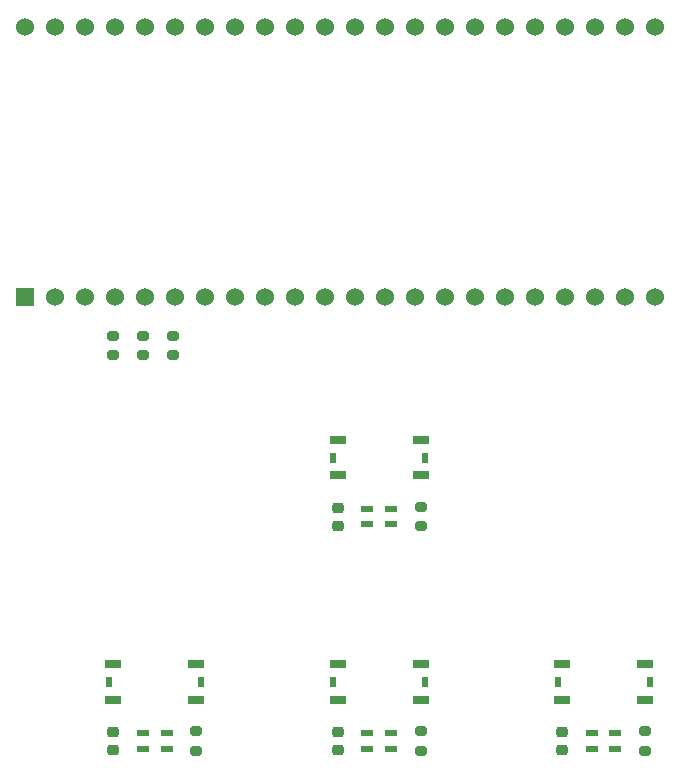
<source format=gts>
%TF.GenerationSoftware,KiCad,Pcbnew,(6.0.7)*%
%TF.CreationDate,2022-08-25T16:09:55+02:00*%
%TF.ProjectId,esp32-minikeyboard-pcb,65737033-322d-46d6-996e-696b6579626f,rev?*%
%TF.SameCoordinates,Original*%
%TF.FileFunction,Soldermask,Top*%
%TF.FilePolarity,Negative*%
%FSLAX46Y46*%
G04 Gerber Fmt 4.6, Leading zero omitted, Abs format (unit mm)*
G04 Created by KiCad (PCBNEW (6.0.7)) date 2022-08-25 16:09:55*
%MOMM*%
%LPD*%
G01*
G04 APERTURE LIST*
G04 Aperture macros list*
%AMRoundRect*
0 Rectangle with rounded corners*
0 $1 Rounding radius*
0 $2 $3 $4 $5 $6 $7 $8 $9 X,Y pos of 4 corners*
0 Add a 4 corners polygon primitive as box body*
4,1,4,$2,$3,$4,$5,$6,$7,$8,$9,$2,$3,0*
0 Add four circle primitives for the rounded corners*
1,1,$1+$1,$2,$3*
1,1,$1+$1,$4,$5*
1,1,$1+$1,$6,$7*
1,1,$1+$1,$8,$9*
0 Add four rect primitives between the rounded corners*
20,1,$1+$1,$2,$3,$4,$5,0*
20,1,$1+$1,$4,$5,$6,$7,0*
20,1,$1+$1,$6,$7,$8,$9,0*
20,1,$1+$1,$8,$9,$2,$3,0*%
G04 Aperture macros list end*
%ADD10R,1.400000X0.800000*%
%ADD11R,0.600000X0.900000*%
%ADD12RoundRect,0.200000X0.275000X-0.200000X0.275000X0.200000X-0.275000X0.200000X-0.275000X-0.200000X0*%
%ADD13RoundRect,0.200000X-0.275000X0.200000X-0.275000X-0.200000X0.275000X-0.200000X0.275000X0.200000X0*%
%ADD14R,1.000000X0.600000*%
%ADD15RoundRect,0.225000X-0.250000X0.225000X-0.250000X-0.225000X0.250000X-0.225000X0.250000X0.225000X0*%
%ADD16R,1.530000X1.530000*%
%ADD17C,1.530000*%
G04 APERTURE END LIST*
D10*
%TO.C,D4*%
X107500000Y-110000000D03*
X107500000Y-107000000D03*
D11*
X107900000Y-108500000D03*
%TD*%
D10*
%TO.C,Q2*%
X81500000Y-107000000D03*
X81500000Y-110000000D03*
D11*
X81100000Y-108500000D03*
%TD*%
D12*
%TO.C,R7*%
X62500000Y-80825000D03*
X62500000Y-79175000D03*
%TD*%
%TO.C,R6*%
X107500000Y-114325000D03*
X107500000Y-112675000D03*
%TD*%
D10*
%TO.C,D1*%
X69500000Y-110000000D03*
X69500000Y-107000000D03*
D11*
X69900000Y-108500000D03*
%TD*%
D10*
%TO.C,Q1*%
X62500000Y-107000000D03*
X62500000Y-110000000D03*
D11*
X62100000Y-108500000D03*
%TD*%
D13*
%TO.C,R1*%
X65000000Y-79175000D03*
X65000000Y-80825000D03*
%TD*%
D14*
%TO.C,D6*%
X84000000Y-112850000D03*
X84000000Y-114150000D03*
X86000000Y-114150000D03*
X86000000Y-112850000D03*
%TD*%
D15*
%TO.C,C1*%
X62500000Y-112725000D03*
X62500000Y-114275000D03*
%TD*%
D14*
%TO.C,D8*%
X103000000Y-112850000D03*
X103000000Y-114150000D03*
X105000000Y-114150000D03*
X105000000Y-112850000D03*
%TD*%
D15*
%TO.C,C2*%
X81500000Y-112725000D03*
X81500000Y-114275000D03*
%TD*%
D16*
%TO.C,U1*%
X55030000Y-75930000D03*
D17*
X57570000Y-75930000D03*
X60110000Y-75930000D03*
X62650000Y-75930000D03*
X65190000Y-75930000D03*
X67730000Y-75930000D03*
X70270000Y-75930000D03*
X72810000Y-75930000D03*
X75350000Y-75930000D03*
X77890000Y-75930000D03*
X80430000Y-75930000D03*
X82970000Y-75930000D03*
X85510000Y-75930000D03*
X88050000Y-75930000D03*
X90590000Y-75930000D03*
X93130000Y-75930000D03*
X95670000Y-75930000D03*
X98210000Y-75930000D03*
X100750000Y-75930000D03*
X103290000Y-75930000D03*
X105830000Y-75930000D03*
X108370000Y-75930000D03*
X55030000Y-53070000D03*
X57570000Y-53070000D03*
X60110000Y-53070000D03*
X62650000Y-53070000D03*
X65190000Y-53070000D03*
X67730000Y-53070000D03*
X70270000Y-53070000D03*
X72810000Y-53070000D03*
X75350000Y-53070000D03*
X77890000Y-53070000D03*
X80430000Y-53070000D03*
X82970000Y-53070000D03*
X85510000Y-53070000D03*
X88050000Y-53070000D03*
X90590000Y-53070000D03*
X93130000Y-53070000D03*
X95670000Y-53070000D03*
X98210000Y-53070000D03*
X100750000Y-53070000D03*
X103290000Y-53070000D03*
X105830000Y-53070000D03*
X108370000Y-53070000D03*
%TD*%
D14*
%TO.C,D5*%
X65000000Y-112850000D03*
X65000000Y-114150000D03*
X67000000Y-114150000D03*
X67000000Y-112850000D03*
%TD*%
D10*
%TO.C,D3*%
X88500000Y-91000000D03*
X88500000Y-88000000D03*
D11*
X88900000Y-89500000D03*
%TD*%
D12*
%TO.C,R2*%
X69500000Y-114325000D03*
X69500000Y-112675000D03*
%TD*%
%TO.C,R3*%
X88500000Y-114325000D03*
X88500000Y-112675000D03*
%TD*%
%TO.C,R5*%
X88500000Y-95325000D03*
X88500000Y-93675000D03*
%TD*%
D10*
%TO.C,Q3*%
X81500000Y-88000000D03*
X81500000Y-91000000D03*
D11*
X81100000Y-89500000D03*
%TD*%
D15*
%TO.C,C3*%
X81500000Y-93725000D03*
X81500000Y-95275000D03*
%TD*%
D10*
%TO.C,D2*%
X88500000Y-110000000D03*
X88500000Y-107000000D03*
D11*
X88900000Y-108500000D03*
%TD*%
D15*
%TO.C,C4*%
X100500000Y-112725000D03*
X100500000Y-114275000D03*
%TD*%
D14*
%TO.C,D7*%
X84000000Y-93850000D03*
X84000000Y-95150000D03*
X86000000Y-95150000D03*
X86000000Y-93850000D03*
%TD*%
D10*
%TO.C,Q4*%
X100500000Y-107000000D03*
X100500000Y-110000000D03*
D11*
X100100000Y-108500000D03*
%TD*%
D13*
%TO.C,R4*%
X67500000Y-79175000D03*
X67500000Y-80825000D03*
%TD*%
M02*

</source>
